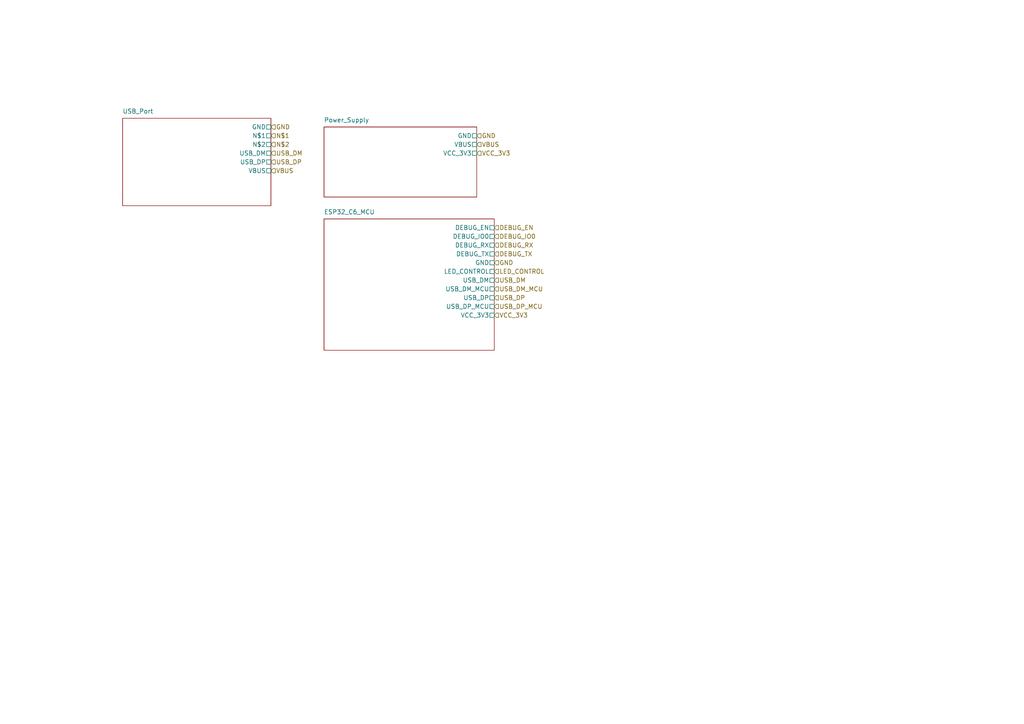
<source format=kicad_sch>
(kicad_sch (version 20250114) (generator "circuit_synth") (generator_version "9.0")
  (paper "A4")
  (lib_symbols)
  (hierarchical_label "GND" (shape input) (at 78.58 36.83 0))
  (hierarchical_label "N$1" (shape input) (at 78.58 39.37 0))
  (hierarchical_label "N$2" (shape input) (at 78.58 41.91 0))
  (hierarchical_label "USB_DM" (shape input) (at 78.58 44.45 0))
  (hierarchical_label "USB_DP" (shape input) (at 78.58 46.99 0))
  (hierarchical_label "VBUS" (shape input) (at 78.58 49.53 0))
  (hierarchical_label "GND" (shape input) (at 138.27 39.37 0))
  (hierarchical_label "VBUS" (shape input) (at 138.27 41.91 0))
  (hierarchical_label "VCC_3V3" (shape input) (at 138.27 44.45 0))
  (hierarchical_label "DEBUG_EN" (shape input) (at 143.35 66.04 0))
  (hierarchical_label "DEBUG_IO0" (shape input) (at 143.35 68.58 0))
  (hierarchical_label "DEBUG_RX" (shape input) (at 143.35 71.12 0))
  (hierarchical_label "DEBUG_TX" (shape input) (at 143.35 73.66 0))
  (hierarchical_label "GND" (shape input) (at 143.35 76.2 0))
  (hierarchical_label "LED_CONTROL" (shape input) (at 143.35 78.74 0))
  (hierarchical_label "USB_DM" (shape input) (at 143.35 81.28 0))
  (hierarchical_label "USB_DM_MCU" (shape input) (at 143.35 83.82 0))
  (hierarchical_label "USB_DP" (shape input) (at 143.35 86.36 0))
  (hierarchical_label "USB_DP_MCU" (shape input) (at 143.35 88.9 0))
  (hierarchical_label "VCC_3V3" (shape input) (at 143.35 91.44 0))
  (sheet (at 35.56 34.29) (size 43.02 25.4) (stroke (width 0.12))
    (property "Sheetname" "USB_Port" (at 35.56 33.02 0) (effects (justify left bottom)))
    (property "Sheetfile" "USB_Port.kicad_sch" (effects (hide yes)))
    (pin GND passive (at 77.31 36.83 0))
    (pin N$1 passive (at 77.31 39.37 0))
    (pin N$2 passive (at 77.31 41.91 0))
    (pin USB_DM passive (at 77.31 44.45 0))
    (pin USB_DP passive (at 77.31 46.99 0))
    (pin VBUS passive (at 77.31 49.53 0))
  )
  (sheet (at 93.98 36.83) (size 44.29 20.32) (stroke (width 0.12))
    (property "Sheetname" "Power_Supply" (at 93.98 35.56 0) (effects (justify left bottom)))
    (property "Sheetfile" "Power_Supply.kicad_sch" (effects (hide yes)))
    (pin GND passive (at 137 39.37 0))
    (pin VBUS passive (at 137 41.91 0))
    (pin VCC_3V3 passive (at 137 44.45 0))
  )
  (sheet (at 93.98 63.5) (size 49.37 38.1) (stroke (width 0.12))
    (property "Sheetname" "ESP32_C6_MCU" (at 93.98 62.23 0) (effects (justify left bottom)))
    (property "Sheetfile" "ESP32_C6_MCU.kicad_sch" (effects (hide yes)))
    (pin DEBUG_EN passive (at 142.08 66.04 0))
    (pin DEBUG_IO0 passive (at 142.08 68.58 0))
    (pin DEBUG_RX passive (at 142.08 71.12 0))
    (pin DEBUG_TX passive (at 142.08 73.66 0))
    (pin GND passive (at 142.08 76.2 0))
    (pin LED_CONTROL passive (at 142.08 78.74 0))
    (pin USB_DM passive (at 142.08 81.28 0))
    (pin USB_DM_MCU passive (at 142.08 83.82 0))
    (pin USB_DP passive (at 142.08 86.36 0))
    (pin USB_DP_MCU passive (at 142.08 88.9 0))
    (pin VCC_3V3 passive (at 142.08 91.44 0))
  )
)
</source>
